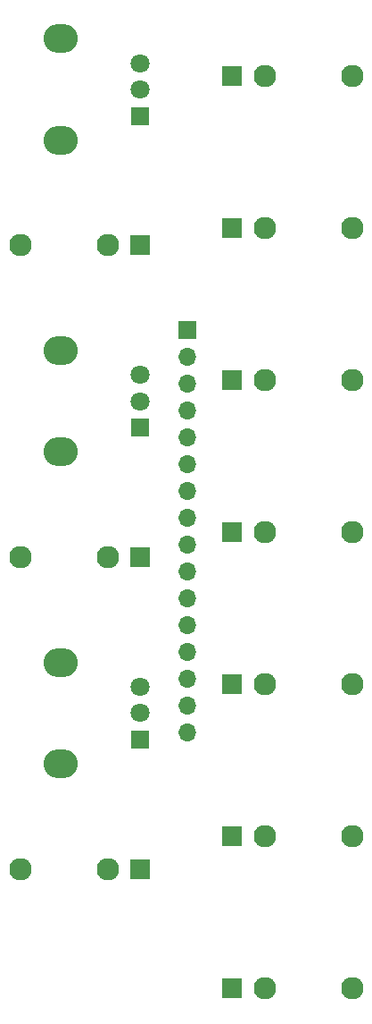
<source format=gbr>
%TF.GenerationSoftware,KiCad,Pcbnew,(6.0.0)*%
%TF.CreationDate,2022-10-17T09:45:53-04:00*%
%TF.ProjectId,ASVCA,41535643-412e-46b6-9963-61645f706362,rev?*%
%TF.SameCoordinates,Original*%
%TF.FileFunction,Soldermask,Bot*%
%TF.FilePolarity,Negative*%
%FSLAX46Y46*%
G04 Gerber Fmt 4.6, Leading zero omitted, Abs format (unit mm)*
G04 Created by KiCad (PCBNEW (6.0.0)) date 2022-10-17 09:45:53*
%MOMM*%
%LPD*%
G01*
G04 APERTURE LIST*
%ADD10O,3.240000X2.720000*%
%ADD11R,1.800000X1.800000*%
%ADD12C,1.800000*%
%ADD13R,1.830000X1.930000*%
%ADD14C,2.130000*%
%ADD15R,1.700000X1.700000*%
%ADD16O,1.700000X1.700000*%
G04 APERTURE END LIST*
D10*
%TO.C,RV3*%
X108269000Y-87884600D03*
X108269000Y-97484600D03*
D11*
X115769000Y-95184600D03*
D12*
X115769000Y-92684600D03*
X115769000Y-90184600D03*
%TD*%
D13*
%TO.C,J8*%
X124522000Y-75565000D03*
D14*
X135922000Y-75565000D03*
X127622000Y-75565000D03*
%TD*%
D13*
%TO.C,J2*%
X124522000Y-104351700D03*
D14*
X135922000Y-104351700D03*
X127622000Y-104351700D03*
%TD*%
D13*
%TO.C,J10*%
X115824000Y-48412400D03*
D14*
X104424000Y-48412400D03*
X112724000Y-48412400D03*
%TD*%
D13*
%TO.C,J11*%
X124522000Y-46778300D03*
D14*
X135922000Y-46778300D03*
X127622000Y-46778300D03*
%TD*%
D13*
%TO.C,J9*%
X124522000Y-32385000D03*
D14*
X135922000Y-32385000D03*
X127622000Y-32385000D03*
%TD*%
D13*
%TO.C,J3*%
X124522000Y-89958300D03*
D14*
X135922000Y-89958300D03*
X127622000Y-89958300D03*
%TD*%
D13*
%TO.C,J7*%
X115824000Y-77927200D03*
D14*
X104424000Y-77927200D03*
X112724000Y-77927200D03*
%TD*%
D13*
%TO.C,J6*%
X124522000Y-61171700D03*
D14*
X135922000Y-61171700D03*
X127622000Y-61171700D03*
%TD*%
D13*
%TO.C,J4*%
X115824000Y-107442000D03*
D14*
X104424000Y-107442000D03*
X112724000Y-107442000D03*
%TD*%
D13*
%TO.C,J5*%
X124522000Y-118745000D03*
D14*
X135922000Y-118745000D03*
X127622000Y-118745000D03*
%TD*%
D10*
%TO.C,RV2*%
X108269000Y-67969800D03*
X108269000Y-58369800D03*
D11*
X115769000Y-65669800D03*
D12*
X115769000Y-63169800D03*
X115769000Y-60669800D03*
%TD*%
D15*
%TO.C,J13*%
X120269000Y-56388000D03*
D16*
X120269000Y-58928000D03*
X120269000Y-61468000D03*
X120269000Y-64008000D03*
X120269000Y-66548000D03*
X120269000Y-69088000D03*
X120269000Y-71628000D03*
X120269000Y-74168000D03*
X120269000Y-76708000D03*
X120269000Y-79248000D03*
X120269000Y-81788000D03*
X120269000Y-84328000D03*
X120269000Y-86868000D03*
X120269000Y-89408000D03*
X120269000Y-91948000D03*
X120269000Y-94488000D03*
%TD*%
D10*
%TO.C,RV1*%
X108269000Y-28855000D03*
X108269000Y-38455000D03*
D11*
X115769000Y-36155000D03*
D12*
X115769000Y-33655000D03*
X115769000Y-31155000D03*
%TD*%
M02*

</source>
